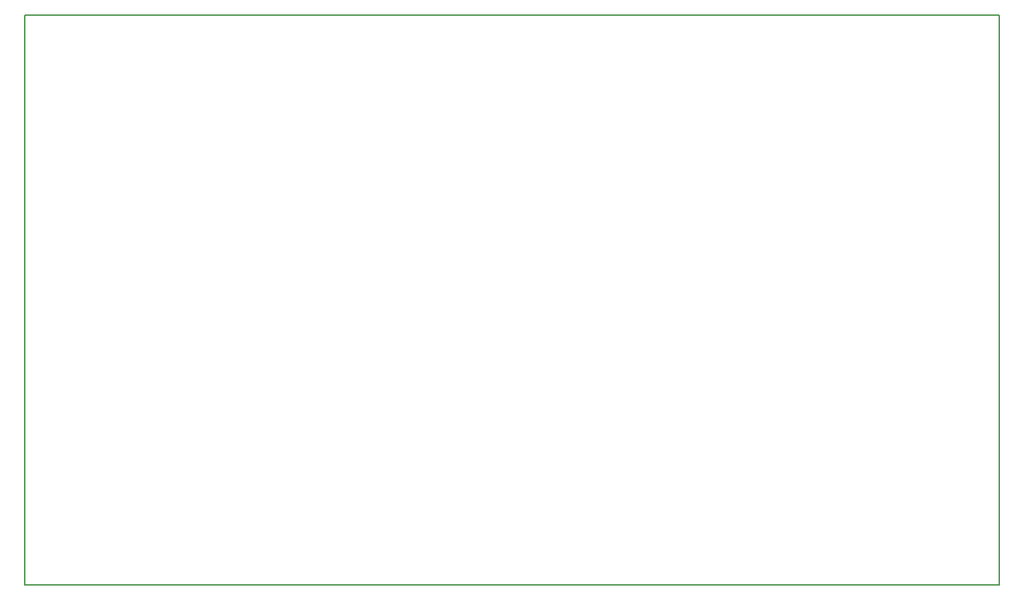
<source format=gbr>
%TF.GenerationSoftware,KiCad,Pcbnew,7.0.10*%
%TF.CreationDate,2024-01-29T08:00:26-03:00*%
%TF.ProjectId,sensor_agv,73656e73-6f72-45f6-9167-762e6b696361,rev?*%
%TF.SameCoordinates,Original*%
%TF.FileFunction,Profile,NP*%
%FSLAX46Y46*%
G04 Gerber Fmt 4.6, Leading zero omitted, Abs format (unit mm)*
G04 Created by KiCad (PCBNEW 7.0.10) date 2024-01-29 08:00:26*
%MOMM*%
%LPD*%
G01*
G04 APERTURE LIST*
%TA.AperFunction,Profile*%
%ADD10C,0.150000*%
%TD*%
G04 APERTURE END LIST*
D10*
X206034000Y-63668000D02*
X86034000Y-63668000D01*
X86034000Y-133976400D02*
X206034000Y-133976400D01*
X206034000Y-63668000D02*
X206034000Y-133976400D01*
X86034000Y-63668000D02*
X86034000Y-133976400D01*
M02*

</source>
